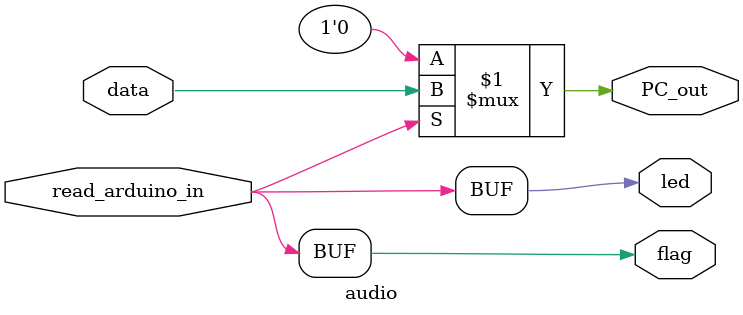
<source format=sv>
module audio(input logic read_arduino_in, input logic data, output logic PC_out, output logic flag, output logic led);

    assign PC_out = read_arduino_in ? data : 1'b0;
    assign flag = read_arduino_in;
	 assign led = read_arduino_in;

endmodule
</source>
